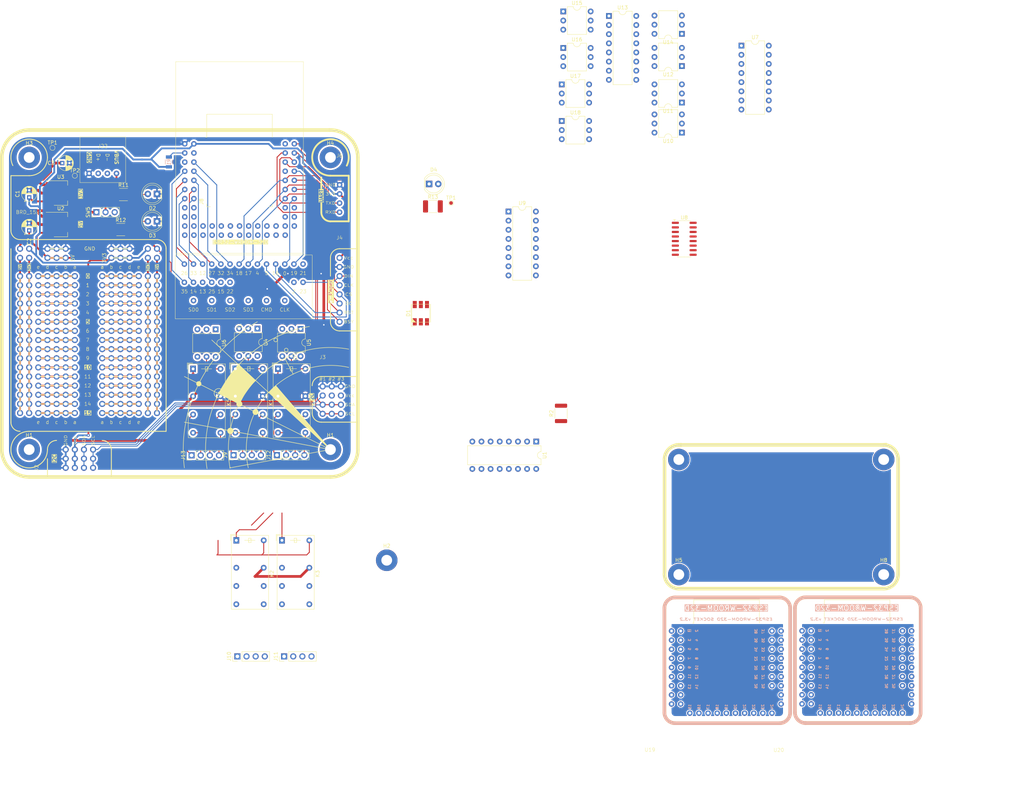
<source format=kicad_pcb>
(kicad_pcb (version 20240108) (generator "pcbnew") (generator_version "8.0")
  (title_block (title "ESP32-WROOM-32D Automation Board") (date "2024-01-15") (rev "v1.10") (company "CEGEP Heritage College") (comment 1 "Alexander Bobkov"))
  (layers (0 "F.Cu" signal) (31 "B.Cu" signal) (34 "B.Paste" user) (35 "F.Paste" user) (36 "B.SilkS" user "B.Silkscreen") (37 "F.SilkS" user "F.Silkscreen") (38 "B.Mask" user) (39 "F.Mask" user) (44 "Edge.Cuts" user))
  (net 0 "")
  (net 1 "+3V3")
  (net 2 "GND")
  (net 3 "+5V")
  (net 4 "Net-(D2-Pad2)")
  (net 5 "Net-(D3-Pad2)")
  (net 6 "/VP")
  (net 7 "Net-(U1-O1)")
  (net 8 "Net-(D1-AB)")
  (net 9 "Net-(U4-Pad2)")
  (net 18 "Net-(J9-Pin_1)")
  (net 19 "Net-(J9-Pin_2)")
  (net 20 "Net-(J9-Pin_3)")
  (net 21 "Net-(J9-Pin_4)")
  (net 22 "Net-(U1-O2)")
  (net 23 "Net-(J10-Pin_1)")
  (net 24 "Net-(J10-Pin_2)")
  (net 25 "Net-(J10-Pin_3)")
  (net 26 "Net-(J10-Pin_4)")
  (net 27 "Net-(J11-Pin_1)")
  (net 28 "Net-(J11-Pin_2)")
  (net 29 "Net-(J11-Pin_3)")
  (net 30 "Net-(J11-Pin_4)")
  (net 31 "Net-(U5-Pad2)")
  (net 32 "VDC")
  (net 33 "Net-(J12-Pin_1)")
  (net 34 "Net-(J12-Pin_2)")
  (net 35 "Net-(J12-Pin_3)")
  (net 36 "Net-(J12-Pin_4)")
  (net 37 "Net-(K1-PadA2)")
  (net 38 "Net-(K4-PadA2)")
  (net 39 "unconnected-(U1-O3-Pad14)")
  (net 46 "Net-(J13-Pin_1)")
  (net 47 "Net-(J13-Pin_2)")
  (net 48 "Net-(J13-Pin_3)")
  (net 49 "Net-(J13-Pin_4)")
  (net 50 "Net-(K5-PadA2)")
  (net 90 "/VN")
  (net 93 "Net-(R3-Pad1)")
  (net 94 "Net-(R4-Pad1)")
  (net 96 "Net-(R5-Pad1)")
  (net 102 "/EN")
  (net 103 "/I1")
  (net 104 "/I2")
  (net 105 "/I3")
  (net 115 "Net-(R6-Pad1)")
  (net 116 "/I4")
  (net 118 "Net-(R7-Pad1)")
  (net 120 "/I5")
  (net 123 "/I6")
  (net 124 "Net-(R8-Pad1)")
  (net 127 "/I7")
  (net 129 "Net-(R9-Pad1)")
  (net 132 "/I8")
  (net 133 "Net-(R10-Pad1)")
  (net 135 "VBUS")
  (net 136 "/SW3")
  (net 138 "Net-(D4-Pad2)")
  (net 139 "/SW8")
  (net 140 "/SW5")
  (net 145 "/SW7")
  (net 148 "/SW6")
  (net 149 "/CLK")
  (net 150 "/SD2")
  (net 151 "/CMD")
  (net 152 "/SD3")
  (net 153 "/SD1")
  (net 154 "/SD0")
  (net 155 "/SCL")
  (net 156 "/SDA")
  (net 157 "/IO4")
  (net 158 "/IO18")
  (net 159 "/IO17")
  (net 160 "/IO5")
  (net 161 "/IO23")
  (net 162 "/IO16")
  (net 163 "/IO22")
  (net 164 "/IO0")
  (net 165 "/IO14")
  (net 166 "/IO33")
  (net 167 "/IO12")
  (net 168 "/IO34")
  (net 169 "/IO26")
  (net 170 "/IO27")
  (net 171 "/IO19")
  (net 172 "/IO32")
  (net 173 "/IO2")
  (net 174 "/IO25")
  (net 175 "/IO35")
  (net 176 "/IO13")
  (net 177 "/IO21")
  (net 178 "/IO15")
  (net 179 "/TXD0")
  (net 180 "/RXD0")
  (net 181 "3V3")
  (net 182 "5V")
  (net 185 "/mounting-board/PRG")
  (net 221 "/mounting-board/GND")
  (net 222 "/mounting-board/3V3")
  (footprint "Alexander Footprint Library:USB-C" (layer "F.Cu") (at 47.15 60.3275 -90)
    (property "Reference" "J22")
    (property "Value" "USB-C")
  )
  (footprint "Connector_PinHeader_2.54mm:PinHeader_1x04_P2.54mm_Vertical" (layer "F.Cu") (at 101.95 141.25 90)
    (property "Reference" "J12")
    (property "Value" "Conn_01x04_Socket")
  )
  (footprint "Package_DIP:DIP-16_W7.62mm" (layer "F.Cu") (at 174.1 137.47 -90)
    (property "Reference" "U1")
    (property "Value" "ULN2003")
  )
  (footprint "Package_DIP:DIP-6_W7.62mm" (layer "F.Cu") (at 96.525 106.04 -90)
    (property "Reference" "U4")
    (property "Value" "4N35")
  )
  (footprint "Package_SO:SOIC-16_3.9x9.9mm_P1.27mm" (layer "F.Cu") (at 215.275 81.055)
    (property "Reference" "U8")
    (property "Value" "CH343G")
  )
  (footprint "Package_DIP:DIP-6_W7.62mm" (layer "F.Cu") (at 214.62 51.525 180)
    (property "Reference" "U10")
    (property "Value" "4N35")
  )
  (footprint "Relay_THT:Relay_DPDT_Finder_30.22" (layer "F.Cu") (at 102.25 117.22 -90)
    (property "Reference" "K4")
    (property "Value" "Relay_DPDT")
  )
  (footprint "MountingHole:MountingHole_3mm_Pad_TopBottom" (layer "F.Cu") (at 33.02 139.7)
    (property "Reference" "H1")
    (property "Value" "MountingHole")
  )
  (footprint "Package_TO_SOT_SMD:SOT-223-3_TabPin2" (layer "F.Cu") (at 41.8 68.34)
    (property "Reference" "U3")
    (property "Value" "MAX1726EUK33")
  )
  (footprint "MountingHole:MountingHole_3mm_Pad" (layer "F.Cu") (at 270.771573 174.471573)
    (property "Reference" "H8")
    (property "Value" "MountingHole_Pad")
  )
  (footprint "LED_THT:LED_D5.0mm" (layer "F.Cu") (at 68.58 68.58 180)
    (property "Reference" "D2")
    (property "Value" "LED")
  )
  (footprint "Alexander Footprints Library:Conn_UART" (layer "F.Cu") (at 119.38 58.42)
    (property "Reference" "J6")
    (property "Value" "UART")
  )
  (footprint "Alexander Footprint Library:ESP32-WROOM-32D-Interface_2" (layer "F.Cu") (at 91.44 105.87)
    (property "Reference" "J5")
    (property "Value" "~")
  )
  (footprint "MountingHole:MountingHole_3mm_Pad_TopBottom" (layer "F.Cu") (at 116.84 139.7)
    (property "Reference" "H1")
    (property "Value" "MountingHole")
  )
  (footprint "Package_DIP:CERDIP-16_W7.62mm_SideBrazed" (layer "F.Cu") (at 166.38 73.47)
    (property "Reference" "U9")
    (property "Value" "74HC165")
  )
  (footprint "Package_DIP:DIP-6_W7.62mm" (layer "F.Cu") (at 181.62 17.795)
    (property "Reference" "U15")
    (property "Value" "4N35")
  )
  (footprint "Alexander Footprint Library:ESP32-WROOM-32D-Module-35_35" (layer "F.Cu") (at 205.26 223.84)
    (property "Reference" "U19")
    (property "Value" "ESP32-WROOM-32D")
    (fp_line (start 4.5 -11) (end 4.5 -40) (stroke (width 0.05)) (layer "Edge.Cuts"))
    (fp_line (start 7.5 -43) (end 36.5 -43) (stroke (width 0.05)) (layer "Edge.Cuts"))
    (fp_line (start 36.5 -8) (end 7.5 -8) (stroke (width 0.05)) (layer "Edge.Cuts"))
    (fp_line (start 39.5 -40) (end 39.5 -11) (stroke (width 0.05)) (layer "Edge.Cuts"))
    (fp_arc (start 4.5 -40) (mid 5.37868 -42.12132) (end 7.5 -43) (stroke (width 0.05)) (layer "Edge.Cuts"))
    (fp_arc (start 7.5 -8) (mid 5.37868 -8.87868) (end 4.5 -11) (stroke (width 0.05)) (layer "Edge.Cuts"))
    (fp_arc (start 36.5 -43) (mid 38.62132 -42.12132) (end 39.5 -40) (stroke (width 0.05)) (layer "Edge.Cuts"))
    (fp_arc (start 39.5 -11) (mid 38.62132 -8.87868) (end 36.5 -8) (stroke (width 0.05)) (layer "Edge.Cuts"))
  )
  (footprint "Capacitor_THT:CP_Radial_D4.0mm_P2.00mm" (layer "F.Cu") (at 42.2074 59.9874)
    (property "Reference" "C3")
    (property "Value" "1uF")
  )
  (footprint "Capacitor_THT:CP_Radial_D4.0mm_P2.00mm" (layer "F.Cu") (at 33.02 78.74 90)
    (property "Reference" "C2")
    (property "Value" "1uF")
  )
  (footprint "Package_DIP:DIP-6_W7.62mm" (layer "F.Cu") (at 214.62 33.005 180)
    (property "Reference" "U12")
    (property "Value" "4N35")
  )
  (footprint "MountingHole:MountingHole_3mm_Pad_TopBottom" (layer "F.Cu") (at 132.5 170.5)
    (property "Reference" "H2")
    (property "Value" "MountingHole")
  )
  (footprint "Package_DIP:DIP-6_W7.62mm" (layer "F.Cu") (at 181.62 27.955)
    (property "Reference" "U16")
    (property "Value" "4N35")
  )
  (footprint "Connector_PinHeader_2.54mm:PinHeader_1x04_P2.54mm_Vertical" (layer "F.Cu") (at 89.88 141.25 90)
    (property "Reference" "J9")
    (property "Value" "Conn_01x04_Socket")
  )
  (footprint "Capacitor_SMD:C_1812_4532Metric" (layer "F.Cu") (at 58.5 78.5)
    (property "Reference" "R12")
    (property "Value" "R")
  )
  (footprint "Connector_PinHeader_2.54mm:PinHeader_1x04_P2.54mm_Vertical" (layer "F.Cu") (at 103.95 197.25 90)
    (property "Reference" "J11")
    (property "Value" "Conn_01x04_Socket")
  )
  (footprint "TestPoint:TestPoint_Pad_D1.0mm" (layer "F.Cu") (at 39.5 55.75)
    (property "Reference" "TP1")
    (property "Value" "VDC")
  )
  (footprint "Alexander Footprints Library:Conn_I2C_3" (layer "F.Cu") (at 35.56 144.78 90)
    (property "Reference" "J2")
    (property "Value" "I2C")
  )
  (footprint "Package_DIP:DIP-6_W7.62mm" (layer "F.Cu") (at 214.62 43.165 180)
    (property "Reference" "U11")
    (property "Value" "4N35")
  )
  (footprint "TestPoint:TestPoint_Pad_D1.0mm" (layer "F.Cu") (at 45.72 63.5)
    (property "Reference" "TP2")
    (property "Value" "GND")
  )
  (footprint "Package_DIP:DIP-6_W7.62mm" (layer "F.Cu") (at 214.62 24.025 180)
    (property "Reference" "U14")
    (property "Value" "4N35")
  )
  (footprint "LED_THT:LED_D5.0mm" (layer "F.Cu") (at 144.3 65.8)
    (property "Reference" "D4")
    (property "Value" "LED")
  )
  (footprint "Capacitor_THT:CP_Radial_D4.0mm_P2.00mm" (layer "F.Cu") (at 33.02 69.5526 90)
    (property "Reference" "C1")
    (property "Value" "1uF")
  )
  (footprint "Package_DIP:CERDIP-16_W7.62mm_SideBrazed" (layer "F.Cu") (at 194.315 19.05)
    (property "Reference" "U13")
    (property "Value" "74HC165")
  )
  (footprint "Package_DIP:DIP-6_W7.62mm" (layer "F.Cu") (at 84.905 106.25 -90)
    (property "Reference" "U6")
    (property "Value" "4N35")
  )
  (footprint "MountingHole:MountingHole_3mm_Pad_TopBottom" (layer "F.Cu") (at 33.02 58.42)
    (property "Reference" "H3")
    (property "Value" "MountingHole")
  )
  (footprint "Resistor_SMD:R_1812_4532Metric" (layer "F.Cu") (at 181 129.6375 90)
    (property "Reference" "R2")
    (property "Value" "4k7")
  )
  (footprint "Package_TO_SOT_SMD:SOT-223-3_TabPin2" (layer "F.Cu") (at 41.8 77.1)
    (property "Reference" "U2")
    (property "Value" "MAX1726EUK50")
  )
  (footprint "Package_DIP:CERDIP-16_W7.62mm_SideBrazed" (layer "F.Cu") (at 231.18 27.32)
    (property "Reference" "U7")
    (property "Value" "74LS595")
  )
  (footprint "Alexander Footprints Library:Conn_ePaper" (layer "F.Cu") (at 119.38 81.28)
    (property "Reference" "J4")
    (property "Value" "e-Paper")
  )
  (footprint "MountingHole:MountingHole_3mm_Pad_TopBottom" (layer "F.Cu") (at 116.84 58.42)
    (property "Reference" "H4")
    (property "Value" "MountingHole")
  )
  (footprint "LED_THT:LED_D5.0mm" (layer "F.Cu") (at 68.58 76.2 180)
    (property "Reference" "D3")
    (property "Value" "LED")
  )
  (footprint "Alexander Footprints Library:Conn_I2C_3" (layer "F.Cu") (at 114.67 114.51)
    (property "Reference" "J3")
    (property "Value" "I2C")
  )
  (footprint "Package_DIP:DIP-6_W7.62mm" (layer "F.Cu") (at 181.2 38.1)
    (property "Reference" "U17")
    (property "Value" "4N35")
  )
  (footprint "Capacitor_SMD:C_1812_4532Metric" (layer "F.Cu") (at 145.35 72.05)
    (property "Reference" "R13")
    (property "Value" "R")
  )
  (footprint "Relay_THT:Relay_DPDT_Finder_30.22" (layer "F.Cu") (at 90.65 164.96 -90)
    (property "Reference" "K2")
    (property "Value" "Relay_DPDT")
  )
  (footprint "Alexander Footprints Library:BreadBoard_15x12" (layer "F.Cu") (at 27.94 134.62)
    (property "Reference" "BRD_15x1")
    (property "Value" "BreadBoard_15x12")
  )
  (footprint "Package_DIP:DIP-6_W7.62mm" (layer "F.Cu") (at 108.525 106.12 -90)
    (property "Reference" "U5")
    (property "Value" "4N35")
  )
  (footprint "Connector_PinHeader_2.54mm:PinHeader_1x04_P2.54mm_Vertical" (layer "F.Cu") (at 78.2 141.3 90)
    (property "Reference" "J13")
    (property "Value" "Conn_01x04_Socket")
  )
  (footprint "Capacitor_SMD:C_1812_4532Metric" (layer "F.Cu") (at 59.25 68.75)
    (property "Reference" "R11")
    (property "Value" "R")
  )
  (footprint "MountingHole:MountingHole_3mm_Pad" (layer "F.Cu") (at 213.771573 174.471573)
    (property "Reference" "H5")
    (property "Value" "MountingHole_Pad")
  )
  (footprint "Relay_THT:Relay_DPDT_Finder_30.22" (layer "F.Cu") (at 90.38 117.22 -90)
    (property "Reference" "K1")
    (property "Value" "Relay_DPDT")
  )
  (footprint "Connector_PinHeader_2.54mm:PinHeader_1x03_P2.54mm_Vertical" (layer "F.Cu") (at 51.725 73.66 90)
    (property "Reference" "SW5")
    (property "Value" "PWR")
  )
  (footprint "MountingHole:MountingHole_3mm_Pad" (layer "F.Cu") (at 270.771573 142.471573)
    (property "Reference" "H7")
    (property "Value" "MountingHole_Pad")
  )
  (footprint "Connector_PinHeader_2.54mm:PinHeader_1x04_P2.54mm_Vertical" (layer "F.Cu") (at 90.95 197.25 90)
    (property "Reference" "J10")
    (property "Value" "Conn_01x04_Socket")
  )
  (footprint "Package_DIP:DIP-6_W7.62mm" (layer "F.Cu") (at 181.2 48.275)
    (property "Reference" "U18")
    (property "Value" "4N35")
  )
  (footprint "Alexander Footprint Library:ESP32-WROOM-32D-Module-35_35" (layer "F.Cu") (at 241.57 223.8)
    (property "Reference" "U20")
    (property "Value" "ESP32-WROOM-32D")
    (fp_line (start 4.5 -11) (end 4.5 -40) (stroke (width 0.05)) (layer "Edge.Cuts"))
    (fp_line (start 7.5 -43) (end 36.5 -43) (stroke (width 0.05)) (layer "Edge.Cuts"))
    (fp_line (start 36.5 -8) (end 7.5 -8) (stroke (width 0.05)) (layer "Edge.Cuts"))
    (fp_line (start 39.5 -40) (end 39.5 -11) (stroke (width 0.05)) (layer "Edge.Cuts"))
    (fp_arc (start 4.5 -40) (mid 5.37868 -42.12132) (end 7.5 -43) (stroke (width 0.05)) (layer "Edge.Cuts"))
    (fp_arc (start 7.5 -8) (mid 5.37868 -8.87868) (end 4.5 -11) (stroke (width 0.05)) (layer "Edge.Cuts"))
    (fp_arc (start 36.5 -43) (mid 38.62132 -42.12132) (end 39.5 -40) (stroke (width 0.05)) (layer "Edge.Cuts"))
    (fp_arc (start 39.5 -11) (mid 38.62132 -8.87868) (end 36.5 -8) (stroke (width 0.05)) (layer "Edge.Cuts"))
  )
  (footprint "Alexander Footprints Library:ESP32-WROOM-Adapter-Socket" (layer "F.Cu") (at 91.55 62.26)
    (property "Reference" "J8")
    (property "Value" "~")
  )
  (footprint "LED_SMD:LED_5050-6" (layer "F.Cu") (at 142 101.75 90)
    (property "Reference" "D1")
    (property "Value" "LED_SMD_5050")
  )
  (footprint "Relay_THT:Relay_DPDT_Finder_30.22" (layer "F.Cu") (at 78.63 117.25 -90)
    (property "Reference" "K5")
    (property "Value" "Relay_DPDT")
  )
  (footprint "TestPoint:TestPoint_Pad_D1.0mm" (layer "F.Cu") (at 150.4 71.1)
    (property "Reference" "TP1")
    (property "Value" "VDC")
  )
  (footprint "Relay_THT:Relay_DPDT_Finder_30.22" (layer "F.Cu") (at 103.35 164.96 -90)
    (property "Reference" "K3")
    (property "Value" "Relay_DPDT")
  )
  (footprint "MountingHole:MountingHole_3mm_Pad" (layer "F.Cu") (at 213.771573 142.471573)
    (property "Reference" "H6")
    (property "Value" "MountingHole_Pad")
  )
  (footprint "Alexander Footprints Library:STA_RMCF1206_STP-L" (layer "B.Cu") (at 71.9 59.6716 90)
    (property "Reference" "R1")
    (property "Value" "10K")
  )
  (gr_line (start 114.3 119.38) (end 124.46 119.38) (stroke (width 0.25)) (layer "F.SilkS"))
  (gr_arc (start 38.1 139.7) (mid 29.427898 143.292102) (end 33.02 134.62) (stroke (width 0.25)) (layer "F.SilkS"))
  (gr_line (start 55.88 139.7) (end 55.88 147.32) (stroke (width 0.25)) (layer "F.SilkS"))
  (gr_line (start 68.58 81.28) (end 30.48 81.28) (stroke (width 0.25)) (layer "F.SilkS"))
  (gr_line (start 124.466228 58.42) (end 124.46 139.7) (stroke (width 1)) (layer "F.SilkS"))
  (gr_line (start 114.3 64) (end 114.3 67.25) (stroke (width 0.5)) (layer "F.SilkS"))
  (gr_arc (start 68.58 81.28) (mid 70.376051 82.023949) (end 71.12 83.82) (stroke (width 0.25)) (layer "F.SilkS"))
  (gr_line (start 116.84 104.14) (end 116.84 99.06) (stroke (width 0.25)) (layer "F.SilkS"))
  (gr_arc (start 116.531846 50.8) (mid 122.122486 52.919572) (end 124.466228 58.42) (stroke (width 1)) (layer "F.SilkS"))
  (gr_line (start 33.02 147.32) (end 116.84 147.32) (stroke (width 1)) (layer "F.SilkS"))
  (gr_line (start 119.38 106.68) (end 124.46 106.68) (stroke (width 0.25)) (layer "F.SilkS"))
  (gr_line (start 27.94 63.5) (end 33.02 63.5) (stroke (width 0.25)) (layer "F.SilkS"))
  (gr_line (start 116.84 86.36) (end 116.84 91.44) (stroke (width 0.25)) (layer "F.SilkS"))
  (gr_circle (center 107.03 114.25) (end 107.03 113.75) (stroke (width 0.15)) (fill none) (layer "F.SilkS"))
  (gr_arc (start 124.46 139.7) (mid 122.228154 145.088154) (end 116.84 147.32) (stroke (width 1)) (layer "F.SilkS"))
  (gr_line (start 55.88 147.32) (end 40.64 147.32) (stroke (width 0.15)) (layer "F.SilkS"))
  (gr_arc (start 68.58 81.28) (mid 70.376051 82.023949) (end 71.12 83.82) (stroke (width 0.15)) (layer "F.SilkS"))
  (gr_circle (center 96 129.25) (end 96.75 129.25) (stroke (width 0.15)) (fill solid) (layer "F.SilkS"))
  (gr_line (start 209.8 142.4) (end 209.8 174.4) (stroke (width 1)) (layer "F.SilkS"))
  (gr_arc (start 116.84 76.2) (mid 115.043949 75.456051) (end 114.3 73.66) (stroke (width 0.5)) (layer "F.SilkS"))
  (gr_line (start 119.38 83.82) (end 124.46 83.82) (stroke (width 0.25)) (layer "F.SilkS"))
  (gr_line (start 116.84 139.7) (end 83.82 109.22) (stroke (width 0.15)) (layer "F.SilkS"))
  (gr_arc (start 82.5 145) (mid 88.646929 119.390487) (end 110.991322 105.449182) (stroke (width 0.15)) (layer "F.SilkS"))
  (gr_line (start 274.8 174.4) (end 274.8 142.4) (stroke (width 1)) (layer "F.SilkS"))
  (gr_line (start 116.84 139.7) (end 76.2 119.38) (stroke (width 0.15)) (layer "F.SilkS"))
  (gr_arc (start 30.48 81.28) (mid 28.683949 80.536051) (end 27.94 78.74) (stroke (width 0.25)) (layer "F.SilkS"))
  (gr_line (start 114.3 132.08) (end 124.46 132.08) (stroke (width 0.25)) (layer "F.SilkS"))
  (gr_circle (center 91.5 127) (end 92.25 127) (stroke (width 0.15)) (fill solid) (layer "F.SilkS"))
  (gr_poly (pts (xy 99.75 123.75) (xy 101.6 121.92) (xy 116.84 139.7)) (stroke (width 0.15)) (fill solid) (layer "F.SilkS"))
  (gr_arc (start 53.34 137.16) (mid 55.136051 137.903949) (end 55.88 139.7) (stroke (width 0.25)) (layer "F.SilkS"))
  (gr_arc (start 111.76 121.92) (mid 112.503949 120.123949) (end 114.3 119.38) (stroke (width 0.25)) (layer "F.SilkS"))
  (gr_line (start 27.94 78.74) (end 27.94 63.5) (stroke (width 0.25)) (layer "F.SilkS"))
  (gr_arc (start 38.1 139.7) (mid 38.843949 137.903949) (end 40.64 137.16) (stroke (width 0.25)) (layer "F.SilkS"))
  (gr_arc (start 274.8 174.4) (mid 273.628427 177.228427) (end 270.8 178.4) (stroke (width 1)) (layer "F.SilkS"))
  (gr_line (start 111.76 129.54) (end 111.76 127) (stroke (width 0.25)) (layer "F.SilkS"))
  (gr_arc (start 88.9 144.78) (mid 96.759537 119.619537) (end 121.92 111.76) (stroke (width 0.15)) (layer "F.SilkS"))
  (gr_line (start 38.1 147.32) (end 38.1 142.24) (stroke (width 0.25)) (layer "F.SilkS"))
  (gr_line (start 213.8 178.4) (end 270.8 178.4) (stroke (width 1)) (layer "F.SilkS"))
  (gr_arc (start 38.1 58.42) (mid 36.612102 62.012102) (end 33.02 63.5) (stroke (width 0.25)) (layer "F.SilkS"))
  (gr_line (start 33.02 134.62) (end 71.12 134.62) (stroke (width 0.25)) (layer "F.SilkS"))
  (gr_arc (start 76.2 144.78) (mid 80.207599 121.3838) (end 96.52 104.14) (stroke (width 0.15)) (layer "F.SilkS"))
  (gr_line (start 27.94 83.82) (end 27.94 132.08) (stroke (width 0.25)) (layer "F.SilkS"))
  (gr_arc (start 119.38 106.68) (mid 117.583949 105.936051) (end 116.84 104.14) (stroke (width 0.25)) (layer "F.SilkS"))
  (gr_poly (pts (xy 85.75 124) (xy 91.5 127) (xy 92.75 124.5) (xy 94 122.75) (xy 95.25 121.25) (xy 96 120.5) (xy 91.25 116) (xy 88.5 119.5)) (stroke (width 0.15)) (fill solid) (layer "F.SilkS"))
  (gr_line (start 270.8 138.4) (end 213.8 138.4) (stroke (width 1)) (layer "F.SilkS"))
  (gr_line (start 114.3 73.66) (end 114.3 71.12) (stroke (width 0.5)) (layer "F.SilkS"))
  (gr_circle (center 80.207599 121.3838) (end 80.842816 121.3838) (stroke (width 0.15)) (fill solid) (layer "F.SilkS"))
  (gr_line (start 116.84 139.7) (end 88.9 144.78) (stroke (width 0.15)) (layer "F.SilkS"))
  (gr_arc (start 116.84 86.36) (mid 117.583949 84.563949) (end 119.38 83.82) (stroke (width 0.25)) (layer "F.SilkS"))
  (gr_line (start 116.84 139.7) (end 101.6 121.92) (stroke (width 0.15)) (layer "F.SilkS"))
  (gr_line (start 121.92 63.499999) (end 121.92 76.2) (stroke (width 0.5)) (layer "F.SilkS"))
  (gr_arc (start 93.980001 144.78) (mid 100.281227 123.141227) (end 121.92 116.840001) (stroke (width 0.15)) (layer "F.SilkS"))
  (gr_circle (center 85.75 124) (end 86 125.25) (stroke (width 0.15)) (fill none) (layer "F.SilkS"))
  (gr_circle (center 101.6 109.22) (end 101.78 108.75) (stroke (width 0.15)) (fill none) (layer "F.SilkS"))
  (gr_line (start 116.84 63.5) (end 121.92 63.499999) (stroke (width 0.5)) (layer "F.SilkS"))
  (gr_circle (center 89 134.5) (end 89.790569 134.5) (stroke (width 0.15)) (fill solid) (layer "F.SilkS"))
  (gr_line (start 71.12 83.82) (end 71.12 134.62) (stroke (width 0.25)) (layer "F.SilkS"))
  (gr_arc (start 33.02 147.32) (mid 27.631846 145.088154) (end 25.4 139.7) (stroke (width 1)) (layer "F.SilkS"))
  (gr_circle (center 104.53 112) (end 104.53 111.5) (stroke (width 0.15)) (fill none) (layer "F.SilkS"))
  (gr_arc (start 28.47631 60.691845) (mid 31.852856 53.475894) (end 38.1 58.42) (stroke (width 0.25)) (layer "F.SilkS"))
  (gr_circle (center 88.9 144.78) (end 88.9 144.78) (stroke (width 0.15)) (fill none) (layer "F.SilkS"))
  (gr_arc (start 116.84 63.5) (mid 114.169286 54.098694) (end 121.38369 60.691845) (stroke (width 0.5)) (layer "F.SilkS"))
  (gr_arc (start 25.4 58.42) (mid 27.631846 53.031846) (end 33.02 50.8) (stroke (width 1)) (layer "F.SilkS"))
  (gr_arc (start 270.8 138.4) (mid 273.628427 139.571573) (end 274.8 142.4) (stroke (width 1)) (layer "F.SilkS"))
  (gr_arc (start 213.8 178.4) (mid 210.971573 177.228427) (end 209.8 174.4) (stroke (width 1)) (layer "F.SilkS"))
  (gr_line (start 106.5 118.75) (end 104.14 114.3) (stroke (width 0.15)) (layer "F.SilkS"))
  (gr_line (start 116.84 139.7) (end 76.2 132.08) (stroke (width 0.15)) (layer "F.SilkS"))
  (gr_arc (start 30.48 134.62) (mid 28.683949 133.876051) (end 27.94 132.08) (stroke (width 0.25)) (layer "F.SilkS"))
  (gr_line (start 116.84 76.2) (end 121.92 76.2) (stroke (width 0.5)) (layer "F.SilkS"))
  (gr_arc (start 114.3 132.08) (mid 112.503949 131.336051) (end 111.76 129.54) (stroke (width 0.25)) (layer "F.SilkS"))
  (gr_arc (start 209.8 142.4) (mid 210.971573 139.571573) (end 213.8 138.4) (stroke (width 1)) (layer "F.SilkS"))
  (gr_line (start 25.4 58.42) (end 25.4 139.7) (stroke (width 1)) (layer "F.SilkS"))
  (gr_line (start 116.531846 50.8) (end 33.02 50.8) (stroke (width 1)) (layer "F.SilkS"))
  (gr_arc (start 213.771573 178.471573) (mid 210.943146 177.3) (end 209.771573 174.471573) (stroke (width 0.15)) (layer "Edge.Cuts"))
  (gr_line (start 116.84 50.8) (end 33.02 50.8) (stroke (width 0.1)) (layer "Edge.Cuts"))
  (gr_line (start 270.771573 178.471573) (end 213.771573 178.471573) (stroke (width 0.1)) (layer "Edge.Cuts"))
  (gr_arc (start 25.4 58.42) (mid 27.631846 53.031846) (end 33.02 50.8) (stroke (width 0.1)) (layer "Edge.Cuts"))
  (gr_arc (start 33.02 147.32) (mid 27.631846 145.088154) (end 25.4 139.7) (stroke (width 0.1)) (layer "Edge.Cuts"))
  (gr_line (start 124.46 58.42) (end 124.46 139.7) (stroke (width 0.1)) (layer "Edge.Cuts"))
  (gr_arc (start 209.771573 142.471573) (mid 210.943146 139.643146) (end 213.771573 138.471573) (stroke (width 0.15)) (layer "Edge.Cuts"))
  (gr_line (start 25.4 58.42) (end 25.4 139.7) (stroke (width 0.1)) (layer "Edge.Cuts"))
  (gr_line (start 270.771573 138.471573) (end 213.771573 138.471573) (stroke (width 0.15)) (layer "Edge.Cuts"))
  (gr_line (start 274.771573 174.471573) (end 274.771573 142.471573) (stroke (width 0.15)) (layer "Edge.Cuts"))
  (gr_arc (start 116.84 50.8) (mid 122.228154 53.031846) (end 124.46 58.42) (stroke (width 0.1)) (layer "Edge.Cuts"))
  (gr_line (start 116.84 147.32) (end 33.02 147.32) (stroke (width 0.1)) (layer "Edge.Cuts"))
  (gr_line (start 209.771573 142.471573) (end 209.771573 174.471573) (stroke (width 0.15)) (layer "Edge.Cuts"))
  (gr_arc (start 270.771573 138.471573) (mid 273.6 139.643146) (end 274.771573 142.471573) (stroke (width 0.15)) (layer "Edge.Cuts"))
  (gr_arc (start 124.46 139.7) (mid 122.228154 145.088154) (end 116.84 147.32) (stroke (width 0.1)) (layer "Edge.Cuts"))
  (gr_arc (start 274.771573 174.471573) (mid 273.6 177.3) (end 270.771573 178.471573) (stroke (width 0.15)) (layer "Edge.Cuts"))
  (gr_text "5V" (at 46.75 77.070625 90) (layer "F.SilkS" knockout) (effects (font (size 1 1) (thickness 0.125)) (justify top)))
  (gr_text "3V3" (at 46.75 68.5 90) (layer "F.SilkS" knockout) (effects (font (size 1 1) (thickness 0.125)) (justify top)))
  (segment (start 49.5 132.12) (end 49.5 135.75) (width 0.5) (layer "F.Cu") (net 1))
  (segment (start 55.24 87) (end 55.88 86.36) (width 0.5) (layer "F.Cu") (net 1))
  (segment (start 49.46 132.08) (end 49.5 132.12) (width 0.5) (layer "F.Cu") (net 1))
  (segment (start 121 84.74) (end 121 70.2) (width 0.5) (layer "F.Cu") (net 1))
  (segment (start 34.1074 70.64) (end 38.65 70.64) (width 0.5) (layer "F.Cu") (net 1))
  (segment (start 121 70.2) (end 119.38 68.58) (width 0.5) (layer "F.Cu") (net 1))
  (segment (start 119.38 86.36) (end 121 84.74) (width 0.5) (layer "F.Cu") (net 1))
  (segment (start 33.02 69.5526) (end 34.1074 70.64) (width 0.5) (layer "F.Cu") (net 1))
  (segment (start 49.46 132.08) (end 49.46 87.665) (width 0.5) (layer "F.Cu") (net 1))
  (segment (start 49.46 87.665) (end 50.125 87) (width 0.5) (layer "F.Cu") (net 1))
  (segment (start 50.125 87) (end 55.24 87) (width 0.5) (layer "F.Cu") (net 1))
  (via (at 49.5 135.75) (size 0.8) (drill 0.4) (layers "F.Cu" "B.Cu") (net 1))
  (segment (start 71.9 61.0432) (end 69.1432 61.0432) (width 0.5) (layer "B.Cu") (net 1))
  (segment (start 46.75 135.75) (end 45.72 136.78) (width 0.5) (layer "B.Cu") (net 1))
  (segment (start 33.02 71.52) (end 33.5 72) (width 0.5) (layer "B.Cu") (net 1))
  (segment (start 77.588 55.902) (end 69.898 55.902) (width 0.5) (layer "B.Cu") (net 1))
  (segment (start 36 66.5726) (end 36 72.75) (width 0.5) (layer "B.Cu") (net 1))
  (segment (start 40 59) (end 40 62.5726) (width 0.5) (layer "B.Cu") (net 1))
  (segment (start 33.02 69.5526) (end 33.0526 69.5526) (width 0.5) (layer "B.Cu") (net 1))
  (segment (start 43 56) (end 40 59) (width 0.5) (layer "B.Cu") (net 1))
  (segment (start 63.5 86.36) (end 55.88 86.36) (width 0.5) (layer "B.Cu") (net 1))
  (segment (start 107.668 55.918) (end 100.918 55.918) (width 0.5) (layer "B.Cu") (net 1))
  (segment (start 112.59 126.75) (end 73.585786 126.75) (width 0.25) (layer "B.Cu") (net 1))
  (segment (start 60.625 57.625) (end 59 56) (width 0.5) (layer "B.Cu") (net 1))
  (segment (start 67.1 59) (end 64.5 59) (width 0.5) (layer "B.Cu") (net 1))
  (segment (start 36.91 87.71) (end 34.1 84.9) (width 0.5) (layer "B.Cu") (net 1))
  (segment (start 73.585786 126.75) (end 62.585786 137.75) (width 0.25) (layer "B.Cu") (net 1))
  (segment (start 62 59) (end 60.25 57.25) (width 0.5) (layer "B.Cu") (net 1))
  (segment (start 69.898 55.902) (end 67.1 58.7) (width 0.5) (layer "B.Cu") (net 1))
  (segment (start 66.04 83.82) (end 63.5 86.36) (width 0.5) (layer "B.Cu") (net 1))
  (segment (start 40 62.5726) (end 36 66.5726) (width 0.5) (layer "B.Cu") (net 1))
  (segment (start 69.1432 61.0432) (end 67.1 59) (width 0.5) (layer "B.Cu") (net 1))
  (segment (start 46.47 137.75) (end 45.72 138.5) (width 0.25) (layer "B.Cu") (net 1))
  (segment (start 67.1 58.7) (end 67.1 59) (width 0.5) (layer "B.Cu") (net 1))
  (segment (start 109.25 60) (end 109.25 57.5) (width 0.5) (layer "B.Cu") (net 1))
  (segment (start 55.88 86.36) (end 54.53 87.71) (width 0.5) (layer "B.Cu") (net 1))
  (segment (start 119.38 68.58) (end 117.83 68.58) (width 0.5) (layer "B.Cu") (net 1))
  (segment (start 36 79.5) (end 34.975 80.525) (width 0.5) (layer "B.Cu") (net 1))
  (segment (start 33.02 83.73) (end 33.02 83.82) (width 0.5) (layer "B.Cu") (net 1))
  (segment (start 35.5 72) (end 36 72.5) (width 0.5) (layer "B.Cu") (net 1))
  (segment (start 100.918 55.918) (end 99.64 54.64) (width 0.5) (layer "B.Cu") (net 1))
  (segment (start 117.83 68.58) (end 109.25 60) (width 0.5) (layer "B.Cu") (net 1))
  (segment (start 54.53 87.71) (end 36.91 87.71) (width 0.5) (layer "B.Cu") (net 1))
  (segment (start 55.86 86.36) (end 55.88 86.36) (width 0.5) (layer "B.Cu") (net 1))
  (segment (start 36 72.5) (end 36 79.5) (width 0.5) (layer "B.Cu") (net 1))
  (segment (start 99.64 54.64) (end 78.85 54.64) (width 0.5) (layer "B.Cu") (net 1))
  (segment (start 64.25 59) (end 64.5 59) (width 0.5) (layer "B.Cu") (net 1))
  (segment (start 45.72 139.7) (end 45.72 144.07) (width 0.5) (layer "B.Cu") (net 1))
  (segment (start 109.25 57.5) (end 107.668 55.918) (width 0.5) (layer "B.Cu") (net 1))
  (segment (start 34.975 80.525) (end 34.975 85.775) (width 0.5) (layer "B.Cu") (net 1))
  (segment (start 78.85 54.64) (end 77.588 55.902) (width 0.5) (layer "B.Cu") (net 1))
  (segment (start 33.5 72) (end 35.5 72) (width 0.5) (layer "B.Cu") (net 1))
  (segment (start 33.02 69.5526) (end 33.02 71.52) (width 0.5) (layer "B.Cu") (net 1))
  (segment (start 119.312039 68.647961) (end 119.38 68.58) (width 0.25) (layer "B.Cu") (net 1))
  (segment (start 59 56) (end 43 56) (width 0.5) (layer "B.Cu") (net 1))
  (segment (start 62.585786 137.75) (end 46.47 137.75) (width 0.25) (layer "B.Cu") (net 1))
  (segment (start 114.67 124.67) (end 112.59 126.75) (width 0.25) (layer "B.Cu") (net 1))
  (segment (start 49.5 135.75) (end 46.75 135.75) (width 0.5) (layer "B.Cu") (net 1))
  (segment (start 64.5 59) (end 62 59) (width 0.5) (layer "B.Cu") (net 1))
  (segment (start 34.1 84.9) (end 33.02 83.82) (width 0.5) (layer "B.Cu") (net 1))
  (segment (start 45.72 136.78) (end 45.72 139.7) (width 0.5) (layer "B.Cu") (net 1))
  (segment (start 36.34 68.34) (end 38.65 68.34) (width 0.75) (layer "F.Cu") (net 2))
  (segment (start 45 60.78) (end 45 62.78) (width 0.75) (layer "F.Cu") (net 2))
  (segment (start 44.95 77.1) (end 44.1 77.1) (width 0.75) (layer "F.Cu") (net 2))
  (segment (start 44.2074 59.9874) (end 45 60.78) (width 0.75) (layer "F.Cu") (net 2))
  (segment (start 44.95 68.34) (end 38.65 68.34) (width 0.75) (layer "F.Cu") (net 2))
  (segment (start 115 105) (end 115 91.5) (width 0.75) (layer "F.Cu") (net 2))
  (segment (start 100 95) (end 104.25 90.75) (width 0.75) (layer "F.Cu") (net 2))
  (segment (start 44.95 68.34) (end 43.590002 68.34) (width 0.75) (layer "F.Cu") (net 2))
  (segment (start 104.25 90.75) (end 105 90.75) (width 0.75) (layer "F.Cu") (net 2))
  (segment (start 44.95 77.1) (end 43.6 77.1) (width 0.75) (layer "F.Cu") (net 2))
  (segment (start 99.25 95) (end 100 95) (width 0.75) (layer "F.Cu") (net 2))
  (segment (start 114.51 122.13) (end 114.67 122.13) (width 0.25) (layer "F.Cu") (net 2))
  (segment (start 33.02 76.74) (end 35.49 76.74) (width 0.75) (layer "F.Cu") (net 2))
  (segment (start 33.02 67.5526) (end 35.5526 67.5526) (width 0.75) (layer "F.Cu") (net 2))
  (segment (start 35.85 77.1) (end 38.65 77.1) (width 0.75) (layer "F.Cu") (net 2))
  (segment (start 58.5 83.75) (end 58.57 83.82) (width 0.5) (layer "F.Cu") (net 2))
  (segment (start 40.5 83.75) (end 40.57 83.82) (width 0.5) (layer "F.Cu") (net 2))
  (segment (start 43.25 83.75) (end 43.32 83.82) (width 0.5) (layer "F.Cu") (net 2))
  (segment (start 43.18 83.82) (end 43.25 83.75) (width 0.5) (layer "F.Cu") (net 2))
  (segment (start 44.95 68.34) (end 44.09 68.34) (width 0.75) (layer "F.Cu") (net 2))
  (segment (start 56 83.75) (end 56.07 83.82) (width 0.5) (layer "F.Cu") (net 2))
  (segment (start 58.43 83.82) (end 58.5 83.75) (width 0.5) (layer "F.Cu") (net 2))
  (segment (start 55.93 83.82) (end 56 83.75) (width 0.5) (layer "F.Cu") (net 2))
  (segment (start 35.49 76.74) (end 35.85 77.1) (width 0.75) (layer "F.Cu") (net 2))
  (segment (start 35.5526 67.5526) (end 36.34 68.34) (width 0.75) (layer "F.Cu") (net 2))
  (segment (start 115 91.5) (end 114.25 90.75) (width 0.75) (layer "F.Cu") (net 2))
  (segment (start 45 62.78) (end 45.72 63.5) (width 0.75) (layer "F.Cu") (net 2))
  (segment (start 61 83.75) (end 60.96 83.82) (width 0.5) (layer "F.Cu") (net 2))
  (segment (start 40.43 83.82) (end 40.5 83.75) (width 0.5) (layer "F.Cu") (net 2))
  (segment (start 38.65 77.1) (end 44.95 77.1) (width 0.75) (layer "F.Cu") (net 2))
  (via (at 105 90.75) (size 0.8) (drill 0.4) (layers "F.Cu" "B.Cu") (net 2))
  (via (at 99.25 95) (size 0.8) (drill 0.4) (layers "F.Cu" "B.Cu") (net 2))
  (via (at 114.25 90.75) (size 0.8) (drill 0.4) (layers "F.Cu" "B.Cu") (net 2))
  (via (at 115 105) (size 0.8) (drill 0.4) (layers "F.Cu" "B.Cu") (net 2))
  (segment (start 76.31 54.64) (end 68.125 54.64) (width 0.75) (layer "B.Cu") (net 2))
  (segment (start 72.5 115.75) (end 72.5 118) (width 0.25) (layer "F.Cu") (net 3))
  (segment (start 30.48 82.804) (end 31.496 81.788) (width 0.5) (layer "F.Cu") (net 3))
  (segment (start 43.18 86.36) (end 45.14 86.36) (width 0.5) (layer "F.Cu") (net 3))
  (segment (start 78.63 117.25) (end 78.63 118.38) (width 0.25) (layer "F.Cu") (net 3))
  (segment (start 110.97 168.28) (end 110.25 169) (width 0.25) (layer "F.Cu") (net 3))
  (segment (start 90.38 117.22) (end 90.38 118.13) (width 0.25) (layer "F.Cu") (net 3))
  (segment (start 45.14 86.36) (end 49.5 82) (width 0.5) (layer "F.Cu") (net 3))
  (segment (start 85.57 164.96) (end 85.57 168.68) (width 0.25) (layer "F.Cu") (net 3))
  (segment (start 35.12 80.38) (end 36.1 79.4) (width 0.5) (layer "F.Cu") (net 3))
  (segment (start 97.75 169) (end 85.25 169) (width 0.25) (layer "F.Cu") (net 3))
  (segment (start 98.27 168.48) (end 97.75 169) (width 0.25) (layer "F.Cu") (net 3))
  (segment (start 72.5 87.74) (end 68.58 83.82) (width 0.25) (layer "F.Cu") (net 3))
  (segment (start 101.75 119) (end 102.25 118.5) (width 0.25) (layer "F.Cu") (net 3))
  (segment (start 35.12 83.38) (end 35.12 80.38) (width 0.5) (layer "F.Cu") (net 3))
  (segment (start 78.63 118.38) (end 79.25 119) (width 0.25) (layer "F.Cu") (net 3))
  (segment (start 34.417 82.677) (end 35.12 83.38) (width 0.5) (layer "F.Cu") (net 3))
  (segment (start 66.76 82) (end 68.58 83.82) (width 0.5) (layer "F.Cu") (net 3))
  (segment (start 38.1 86.36) (end 43.18 86.36) (width 0.5) (layer "F.Cu") (net 3))
  (segment (start 33.528 81.788) (end 34.417 82.677) (width 0.5) (layer "F.Cu") (net 3))
  (segment (start 49.5 82) (end 66.76 82) (width 0.5) (layer "F.Cu") (net 3))
  (segment (start 78 119) (end 78.63 118.37) (width 0.25) (layer "F.Cu") (net 3))
  (segment (start 79.25 119) (end 89.75 119) (width 0.25) (layer "F.Cu") (net 3))
  (segment (start 90.38 118.37) (end 90.38 117.22) (width 0.25) (layer "F.Cu") (net 3))
  (segment (start 30.48 83.82) (end 30.48 82.804) (width 0.5) (layer "F.Cu") (net 3))
  (segment (start 91.25 119) (end 101.75 119) (width 0.25) (layer "F.Cu") (net 3))
  (segment (start 98.27 164.96) (end 98.27 168.48) (width 0.25) (layer "F.Cu") (net 3))
  (segment (start 35.12 83.38) (end 38.1 86.36) (width 0.5) (layer "F.Cu") (net 3))
  (segment (start 110.97 164.96) (end 110.97 168.28) (width 0.25) (layer "F.Cu") (net 3))
  (segment (start 31.496 81.788) (end 33.528 81.788) (width 0.5) (layer "F.Cu") (net 3))
  (segment (start 73.5 119) (end 78 119) (width 0.25) (layer "F.Cu") (net 3))
  (segment (start 72.5 118) (end 73.5 119) (width 0.25) (layer "F.Cu") (net 3))
  (segment (start 85.57 168.68) (end 85.25 169) (width 0.25) (layer "F.Cu") (net 3))
  (segment (start 110.25 169) (end 97.75 169) (width 0.25) (layer "F.Cu") (net 3))
  (segment (start 33.02 78.74) (end 33.02 81.28) (width 0.5) (layer "F.Cu") (net 3))
  (segment (start 33.02 81.28) (end 33.528 81.788) (width 0.5) (layer "F.Cu") (net 3))
  (segment (start 78.63 118.37) (end 78.63 117.25) (width 0.25) (layer "F.Cu") (net 3))
  (segment (start 89.75 119) (end 90.38 118.37) (width 0.25) (layer "F.Cu") (net 3))
  (segment (start 36.1 79.4) (end 38.65 79.4) (width 0.5) (layer "F.Cu") (net 3))
  (segment (start 90.38 118.13) (end 91.25 119) (width 0.25) (layer "F.Cu") (net 3))
  (segment (start 102.25 118.5) (end 102.25 117.22) (width 0.25) (layer "F.Cu") (net 3))
  (segment (start 72.5 115.75) (end 72.5 87.74) (width 0.25) (layer "F.Cu") (net 3))
  (segment (start 65.87 68.75) (end 66.04 68.58) (width 0.25) (layer "F.Cu") (net 4))
  (segment (start 61.3 68.75) (end 65.87 68.75) (width 0.25) (layer "F.Cu") (net 4))
  (segment (start 60.55 78.5) (end 62 78.5) (width 0.25) (layer "F.Cu") (net 5))
  (segment (start 64.3 76.2) (end 66.04 76.2) (width 0.25) (layer "F.Cu") (net 5))
  (segment (start 62 78.5) (end 64.3 76.2) (width 0.25) (layer "F.Cu") (net 5))
  (segment (start 103.35 164.96) (end 103.35 157.34) (width 0.25) (layer "F.Cu") (net 7))
  (segment (start 89.205 140.575) (end 89.205 131.095) (width 0.25) (layer "F.Cu") (net 18))
  (segment (start 89.205 131.095) (end 90.38 129.92) (width 0.25) (layer "F.Cu") (net 18))
  (segment (start 89.88 141.25) (end 89.205 140.575) (width 0.25) (layer "F.Cu") (net 18))
  (segment (start 92.42 135.67) (end 91.75 135) (width 0.25) (layer "F.Cu") (net 19))
  (segment (start 92.42 141.25) (end 92.42 135.67) (width 0.25) (layer "F.Cu") (net 19))
  (segment (start 91.75 135) (end 90.38 135) (width 0.25) (layer "F.Cu") (net 19))
  (segment (start 94.96 132.96) (end 98 129.92) (width 0.25) (layer "F.Cu") (net 20))
  (segment (start 94.96 141.25) (end 94.96 132.96) (width 0.25) (layer "F.Cu") (net 20))
  (segment (start 97.5 138.5) (end 98 138) (width 0.25) (layer "F.Cu") (net 21))
  (segment (start 97.5 141.25) (end 97.5 138.5) (width 0.25) (layer "F.Cu") (net 21))
  (segment (start 98 138) (end 98 135) (width 0.25) (layer "F.Cu") (net 21))
  (segment (start 90.65 162.85) (end 91.5 162) (width 0.25) (layer "F.Cu") (net 22))
  (segment (start 96.15 162) (end 100.81 157.34) (width 0.25) (layer "F.Cu") (net 22))
  (segment (start 91.5 162) (end 96.15 162) (width 0.25) (layer "F.Cu") (net 22))
  (segment (start 90.65 164.96) (end 90.65 162.85) (width 0.25) (layer "F.Cu") (net 22))
  (segment (start 98.27 172.58) (end 95.85 175) (width 0.75) (layer "F.Cu") (net 32))
  (segment (start 30.1 64.5) (end 28.775 65.825) (width 0.75) (layer "F.Cu") (net 32))
  (segment (start 90.38 124.84) (end 92.22 123) (width 0.75) (layer "F.Cu") (net 32))
  (segment (start 36 135) (end 38.16 137.16) (width 0.75) (layer "F.Cu") (net 32))
  (segment (start 38.65 74.8) (end 36.55 74.8) (width 0.75) (layer "F.Cu") (net 32))
  (segment (start 80.5 123) (end 88.54 123) (width 0.75) (layer "F.Cu") (net 32))
  (segment (start 40.2626 59.9874) (end 39 61.25) (width 0.75) (layer "F.Cu") (net 32))
  (segment (start 35 64.5) (end 30.1 64.5) (width 0.75) (layer "F.Cu") (net 32))
  (segment (start 66.34 137.16) (end 78.63 124.87) (width 0.75) (layer "F.Cu") (net 32))
  (segment (start 88.54 123) (end 90.38 124.84) (width 0.75) (layer "F.Cu") (net 32))
  (segment (start 50.25 77.25) (end 50.25 75.16) (width 0.75) (layer "F.Cu") (net 32))
  (segment (start 28.775 72.25) (end 28.775 133.525) (width 0.75) (layer "F.Cu") (net 32))
  (segment (start 78.63 124.87) (end 80.5 123) (width 0.75) (layer "F.Cu") (net 32))
  (segment (start 36.9 64.5) (end 35 64.5) (width 0.75) (layer "F.Cu") (net 32))
  (segment (start 92.22 123) (end 100.41 123) (width 0.75) (layer "F.Cu") (net 32))
  (segment (start 110.97 172.58) (end 108.55 175) (width 0.75) (layer "F.Cu") (net 32))
  (segment (start 51.5 78.5) (end 50.25 77.25) (width 0.75) (layer "F.Cu") (net 32))
  (segment (start 39 62.4) (end 36.9 64.5) (width 0.75) (layer "F.Cu") (net 32))
  (segment (start 30.25 135) (end 36 135) (width 0.75) (layer "F.Cu") (net 32))
  (segment (start 36.54 66.04) (end 35 64.5) (width 0.75) (layer "F.Cu") (net 32))
  (segment (start 38.16 137.16) (end 66.34 137.16) (width 0.75) (layer "F.Cu") (net 32))
  (segment (start 50.25 75.16) (end 48.75 73.66) (width 0.75) (layer "F.Cu") (net 32))
  (segment (start 35 73.25) (end 29.775 73.25) (width 0.75) (layer "F.Cu") (net 32))
  (segment (start 45 73.25) (end 44.75 73.25) (width 0.75) (layer "F.Cu") (net 32))
  (segment (start 56.45 78.5) (end 51.5 78.5) (width 0.75) (layer "F.Cu") (net 32))
  (segment (start 46.75 73.25) (end 45 73.25) (width 0.75) (layer "F.Cu") (net 32))
  (segment (start 39 58) (end 39.5 57.5) (width 0.75) (layer "F.Cu") (net 32))
  (segment (start 38.65 66.04) (end 36.54 66.04) (width 0.75) (layer "F.Cu") (net 32))
  (segment (start 100.41 123) (end 102.25 124.84) (width 0.75) (layer "F.Cu") (net 32))
  (segment (start 39.5 57.5) (end 39.5 55.75) (width 0.75) (layer "F.Cu") (net 32))
  (segment (start 28.775 133.525) (end 30.25 135) (width 0.75) (layer "F.Cu") (net 32))
  (segment (start 36.55 74.8) (end 35 73.25) (width 0.75) (layer "F.Cu") (net 32))
  (segment (start 47.16 73.66) (end 46.75 73.25) (width 0.75) (layer "F.Cu") (net 32))
  (segment (start 29.775 73.25) (end 28.775 72.25) (width 0.75) (layer "F.Cu") (net 32))
  (segment (start 39 61.25) (end 39 62.4) (width 0.75) (layer "F.Cu") (net 32))
  (segment (start 45 73.25) (end 35 73.25) (width 0.75) (layer "F.Cu") (net 32))
  (segment (start 28.775 65.825) (end 28.775 72.25) (width 0.75) (layer "F.Cu") (net 32))
  (segment (start 108.55 175) (end 95.85 175) (width 0.75) (layer "F.Cu") (net 32))
  (segment (start 42.2074 59.9874) (end 40.2626 59.9874) (width 0.75) (layer "F.Cu") (net 32))
  (segment (start 39 61.25) (end 39 58) (width 0.75) (layer "F.Cu") (net 32))
  (segment (start 51.725 73.66) (end 47.16 73.66) (width 0.75) (layer "F.Cu") (net 32))
  (segment (start 101.075 131.095) (end 102.25 129.92) (width 0.25) (layer "F.Cu") (net 33))
  (segment (start 101.075 140.375) (end 101.075 131.095) (width 0.25) (layer "F.Cu") (net 33))
  (segment (start 101.95 141.25) (end 101.075 140.375) (width 0.25) (layer "F.Cu") (net 33))
  (segment (start 104.49 135.74) (end 103.75 135) (width 0.25) (layer "F.Cu") (net 34))
  (segment (start 104.49 141.25) (end 104.49 135.74) (width 0.25) (layer "F.Cu") (net 34))
  (segment (start 103.75 135) (end 102.25 135) (width 0.25) (layer "F.Cu") (net 34))
  (segment (start 107.03 132.76) (end 109.87 129.92) (width 0.25) (layer "F.Cu") (net 35))
  (segment (start 107.03 141.25) (end 107.03 132.76) (width 0.25) (layer "F.Cu") (net 35))
  (segment (start 109.57 141.25) (end 109.75 141.07) (width 0.25) (layer "F.Cu") (net 36))
  (segment (start 109.87 138) (end 109.87 135) (width 0.25) (layer "F.Cu") (net 36))
  (segment (start 109.57 141.25) (end 109.57 138.3) (width 0.25) (layer "F.Cu") (net 36))
  (segment (start 109.57 138.3) (end 109.87 138) (width 0.25) (layer "F.Cu") (net 36))
  (segment (start 93.985 116.235) (end 94.97 117.22) (width 0.25) (layer "F.Cu") (net 37))
  (segment (start 94.97 117.22) (end 98 117.22) (width 0.25) (layer "F.Cu") (net 37))
  (segment (start 93.985 113.66) (end 93.985 116.235) (width 0.25) (layer "F.Cu") (net 37))
  (segment (start 105.985 113.74) (end 105.985 116.235) (width 0.25) (layer "F.Cu") (net 38))
  (segment (start 105.985 116.235) (end 106.97 117.22) (width 0.25) (layer "F.Cu") (net 38))
  (segment (start 106.97 117.22) (end 109.87 117.22) (width 0.25) (layer "F.Cu") (net 38))
  (segment (start 94.86 160.75) (end 98.27 157.34) (width 0.25) (layer "F.Cu") (net 39))
  (segment (start 77 131.58) (end 77 140.1) (width 0.25) (layer "F.Cu") (net 46))
  (segment (start 78.63 129.95) (end 77 131.58) (width 0.25) (layer "F.Cu") (net 46))
  (segment (start 77 140.1) (end 78.2 141.3) (width 0.25) (layer "F.Cu") (net 46))
  (segment (start 80.03 135.03) (end 80.75 135.75) (width 0.25) (layer "F.Cu") (net 47))
  (segment (start 80.75 141.29) (end 80.74 141.3) (width 0.25) (layer "F.Cu") (net 47))
  (segment (start 78.63 135.03) (end 80.03 135.03) (width 0.25) (layer "F.Cu") (net 47))
  (segment (start 80.75 135.75) (end 80.75 141.29) (width 0.25) (layer "F.Cu") (net 47))
  (segment (start 83.28 132.92) (end 83.28 141.3) (width 0.25) (layer "F.Cu") (net 48))
  (segment (start 86.25 129.95) (end 83.28 132.92) (width 0.25) (layer "F.Cu") (net 48))
  (segment (start 85.82 138.43) (end 85.82 141.3) (width 0.25) (layer "F.Cu") (net 49))
  (segment (start 86.25 138) (end 85.82 138.43) (width 0.25) (layer "F.Cu") (net 49))
  (segment (start 86.25 135.03) (end 86.25 138) (width 0.25) (layer "F.Cu") (net 49))
  (segment (start 83.25 117.25) (end 86.25 117.25) (width 0.25) (layer "F.Cu") (net 50))
  (segment (start 82.365 116.365) (end 83.25 117.25) (width 0.25) (layer "F.Cu") (net 50))
  (segment (start 82.365 113.87) (end 82.365 116.365) (width 0.25) (layer "F.Cu") (net 50))
  (segment (start 71.9 58.3) (end 73.02 57.18) (width 0.25) (layer "B.Cu") (net 102))
  (segment (start 73.02 57.18) (end 76.31 57.18) (width 0.25) (layer "B.Cu") (net 102))
  (segment (start 55.5 68.75) (end 54.265 69.985) (width 0.5) (layer "F.Cu") (net 135))
  (segment (start 54.265 70.5) (end 54.265 67.235) (width 0.5) (layer "F.Cu") (net 135))
  (segment (start 57.2 68.75) (end 55.5 68.75) (width 0.5) (layer "F.Cu") (net 135))
  (segment (start 54.265 73.66) (end 54.265 70.5) (width 0.5) (layer "F.Cu") (net 135))
  (segment (start 54.265 67.235) (end 57.31 64.19) (width 0.5) (layer "F.Cu") (net 135))
  (segment (start 57.31 64.19) (end 57.31 62.8675) (width 0.5) (layer "F.Cu") (net 135))
  (segment (start 54.265 69.985) (end 54.265 70.5) (width 0.5) (layer "F.Cu") (net 135))
  (segment (start 112.75 127.83) (end 112.75 74.75) (width 0.25) (layer "F.Cu") (net 155))
  (segment (start 111.7 73.7) (end 103.7 73.7) (width 0.25) (layer "F.Cu") (net 155))
  (segment (start 114.67 129.75) (end 119.75 129.75) (width 0.25) (layer "F.Cu") (net 155))
  (segment (start 103.7 73.7) (end 102 72) (width 0.25) (layer "F.Cu") (net 155))
  (segment (start 112.75 74.75) (end 111.7 73.7) (width 0.25) (layer "F.Cu") (net 155))
  (segment (start 103.17237 57.18) (end 104.25 57.18) (width 0.25) (layer "F.Cu") (net 155))
  (segment (start 102 72) (end 102 58.35237) (width 0.25) (layer "F.Cu") (net 155))
  (segment (start 114.67 129.75) (end 112.75 127.83) (width 0.25) (layer "F.Cu") (net 155))
  (segment (start 102 58.35237) (end 103.17237 57.18) (width 0.25) (layer "F.Cu") (net 155))
  (segment (start 112.67 127.75) (end 74 127.75) (width 0.25) (layer "B.Cu") (net 155))
  (segment (start 53 138.75) (end 52.05 139.7) (width 0.25) (layer "B.Cu") (net 155))
  (segment (start 50.8 139.7) (end 50.8 144.195) (width 0.25) (layer "B.Cu") (net 155))
  (segment (start 114.67 129.75) (end 112.67 127.75) (width 0.25) (layer "B.Cu") (net 155))
  (segment (start 63 138.75) (end 53 138.75) (width 0.25) (layer "B.Cu") (net 155))
  (segment (start 74 127.75) (end 63 138.75) (width 0.25) (layer "B.Cu") (net 155))
  (segment (start 52.05 139.7) (end 50.8 139.7) (width 0.25) (layer "B.Cu") (net 155))
  (segment (start 114.67 127.21) (end 113.25 125.79) (width 0.25) (layer "F.Cu") (net 156))
  (segment (start 114.67 127.21) (end 119.75 127.21) (width 0.25) (layer "F.Cu") (net 156))
  (segment (start 112.8 71.8) (end 112.1 71.1) (width 0.25) (layer "F.Cu") (net 156))
  (segment (start 103.25 58.5) (end 105.57 58.5) (width 0.25) (layer "F.Cu") (net 156))
  (segment (start 103.6 71.1) (end 102.75 70.25) (width 0.25) (layer "F.Cu") (net 156))
  (segment (start 113.25 74.318376) (end 112.8 73.868376) (width 0.25) (layer "F.Cu") (net 156))
  (segment (start 112.1 71.1) (end 103.6 71.1) (width 0.25) (layer "F.Cu") (net 156))
  (segment (start 102.75 59) (end 103.25 58.5) (width 0.25) (layer "F.Cu") (net 156))
  (segment (start 112.8 73.868376) (end 112.8 71.8) (width 0.25) (layer "F.Cu") (net 156))
  (segment (start 105.57 58.5) (end 106.79 59.72) (width 0.25) (layer "F.Cu") (net 156))
  (segment (start 102.75 70.25) (end 102.75 59) (width 0.25) (layer "F.Cu") (net 156))
  (segment (start 113.25 125.79) (end 113.25 74.318376) (width 0.25) (layer "F.Cu") (net 156))
  (segment (start 48.26 139.7) (end 48.26 138.99) (width 0.25) (layer "B.Cu") (net 156))
  (segment (start 48.26 139.7) (end 48.26 144.195) (width 0.25) (layer "B.Cu") (net 156))
  (segment (start 48.26 138.99) (end 49 138.25) (width 0.25) (layer "B.Cu") (net 156))
  (segment (start 114.63 127.25) (end 114.67 127.21) (width 0.25) (layer "B.Cu") (net 156))
  (segment (start 62.792893 138.25) (end 73.792893 127.25) (width 0.25) (layer "B.Cu") (net 156))
  (segment (start 49 138.25) (end 62.792893 138.25) (width 0.25) (layer "B.Cu") (net 156))
  (segment (start 73.792893 127.25) (end 114.63 127.25) (width 0.25) (layer "B.Cu") (net 156))
  (segment (start 105.38 68.6) (end 104.14 69.84) (width 0.25) (layer "F.Cu") (net 157))
  (segment (start 113.25 71.542894) (end 113.25 69.375) (width 0.25) (layer "F.Cu") (net 157))
  (segment (start 113.3 73.66127) (end 113.3 71.592893) (width 0.25) (layer "F.Cu") (net 157))
  (segment (start 113.3 71.592893) (end 113.25 71.542894) (width 0.25) (layer "F.Cu") (net 157))
  (segment (start 116 76.361269) (end 113.3 73.66127) (width 0.25) (layer "F.Cu") (net 157))
  (segment (start 112.475 68.6) (end 105.38 68.6) (width 0.25) (layer "F.Cu") (net 157))
  (segment (start 116 100.76) (end 116 76.361269) (width 0.25) (layer "F.Cu") (net 157))
  (segment (start 119.38 104.14) (end 116 100.76) (width 0.25) (layer "F.Cu") (net 157))
  (segment (start 113.25 69.375) (end 112.475 68.6) (width 0.25) (layer "F.Cu") (net 157))
  (segment (start 96.52 88.09) (end 97.9 86.71) (width 0.25) (layer "B.Cu") (net 157))
  (segment (start 97.9 86.71) (end 97.9 76.23) (width 0.25) (layer "B.Cu") (net 157))
  (segment (start 97.9 76.23) (end 104.25 69.88) (width 0.25) (layer "B.Cu") (net 157))
  (segment (start 115.250002 68.54658) (end 115.25 68.546575) (width 0.25) (layer "F.Cu") (net 158))
  (segment (start 115.05 66.05) (end 112.5 63.5) (width 0.25) (layer "F.Cu") (net 158))
  (segment (start 115.299992 70.764445) (end 115.25 70.714454) (width 0.25) (layer "F.Cu") (net 158))
  (segment (start 115.3 72.832846) (end 115.3 72.421315) (width 0.25) (layer "F.Cu") (net 158))
  (segment (start 115.200002 67.578686) (end 115.2 67.578681) (width 0.25) (layer "F.Cu") (net 158))
  (segment (start 119.38 93.98) (end 118 92.6) (width 0.25) (layer "F.Cu") (net 158))
  (segment (start 115.15 66.235787) (end 115.1 66.185787) (width 0.25) (layer "F.Cu") (net 158))
  (segment (start 115.05 66.092893) (end 115.05 66.05) (width 0.25) (layer "F.Cu") (net 158))
  (segment (start 115.1 66.185787) (end 115.1 66.142894) (width 0.25) (layer "F.Cu") (net 158))
  (segment (start 115.2 67.578681) (end 115.15 67.528681) (width 0.25) (layer "F.Cu") (net 158))
  (segment (start 112.5 63.5) (end 105.4 63.5) (width 0.25) (layer "F.Cu") (net 158))
  (segment (start 115.25 68.546575) (end 115.200001 68.496576) (width 0.25) (layer "F.Cu") (net 158))
  (segment (start 115.299997 70.764459) (end 115.299992 70.764445) (width 0.25) (layer "F.Cu") (net 158))
  (segment (start 115.200001 68.496576) (end 115.200002 67.578686) (width 0.25) (layer "F.Cu") (net 158))
  (segment (start 115.1 66.142894) (end 115.05 66.092893) (width 0.25) (layer "F.Cu") (net 158))
  (segment (start 118 92.6) (end 118 75.532845) (width 0.25) (layer "F.Cu") (net 158))
  (segment (start 105.4 63.5) (end 104.14 64.76) (width 0.25) (layer "F.Cu") (net 158))
  (segment (start 115.15 67.528681) (end 115.150002 66.235792) (width 0.25) (layer "F.Cu") (net 158))
  (segment (start 115.150002 66.235792) (end 115.15 66.235787) (width 0.25) (layer "F.Cu") (net 158))
  (segment (start 115.25 70.714454) (end 115.250002 68.54658) (width 0.25) (layer "F.Cu") (net 158))
  (segment (start 115.300005 72.42131) (end 115.299997 70.764459) (width 0.25) (layer "F.Cu") (net 158))
  (segment (start 118 75.532845) (end 115.3 72.832846) (width 0.25) (layer "F.Cu") (net 158))
  (segment (start 115.3 72.421315) (end 115.300005 72.42131) (width 0.25) (layer "F.Cu") (net 158))
  (segment (start 102.7 64.8) (end 104.25 64.8) (width 0.25) (layer "B.Cu") (net 158))
  (segment (start 92.8 74.7) (end 102.7 64.8) (width 0.25) (layer "B.Cu") (net 158))
  (segment (start 91.44 88.09) (end 92.8 86.73) (width 0.25) (layer "B.Cu") (net 158))
  (segment (start 92.8 86.73) (end 92.8 74.7) (width 0.25) (layer "B.Cu") (net 158))
  (segment (start 114.15 67.942893) (end 114.15 66.65) (width 0.25) (layer "F.Cu") (net 159))
  (segment (start 114.3 73.247058) (end 114.3 72.007103) (width 0.25) (layer "F.Cu") (net 159))
  (segment (start 113.6 66.1) (end 105.34 66.1) (width 0.25) (layer "F.Cu") (net 159))
  (segment (start 105.34 66.1) (end 104.14 67.3) (width 0.25) (layer "F.Cu") (net 159))
  (segment (start 114.2 68.910787) (end 114.2 67.992894) (width 0.25) (layer "F.Cu") (net 159))
  (segment (start 114.250002 68.960792) (end 114.25 68.960787) (width 0.25) (layer "F.Cu") (net 159))
  (segment (start 114.15 66.65) (end 113.6 66.1) (width 0.25) (layer "F.Cu") (net 159))
  (segment (start 114.2 67.992894) (end 114.15 67.942893) (width 0.25) (layer "F.Cu") (net 159))
  (segment (start 114.25 68.960787) (end 114.2 68.910787) (width 0.25) (layer "F.Cu") (net 159))
  (segment (start 114.299996 71.178669) (end 114.25 71.128674) (width 0.25) (layer "F.Cu") (net 159))
  (segment (start 114.299999 71.178677) (end 114.299996 71.178669) (width 0.25) (layer "F.Cu") (net 159))
  (segment (start 117 75.947057) (end 114.3 73.247058) (width 0.25) (layer "F.Cu") (net 159))
  (segment (start 114.300003 72.0071) (end 114.299999 71.178677) (width 0.25) (layer "F.Cu") (net 159))
  (segment (start 119.38 99.06) (end 117 96.68) (width 0.25) (layer "F.Cu") (net 159))
  (segment (start 117 96.68) (end 117 75.947057) (width 0.25) (layer "F.Cu") (net 159))
  (segment (start 114.3 72.007103) (end 114.300003 72.0071) (width 0.25) (layer "F.Cu") (net 159))
  (segment (start 114.25 71.128674) (end 114.250002 68.960792) (width 0.25) (layer "F.Cu") (net 159))
  (segment (start 95.3 86.77) (end 95.3 76.7) (width 0.25) (layer "B.Cu") (net 159))
  (segment (start 102 70) (end 102 69.59) (width 0.25) (layer "B.Cu") (net 159))
  (segment (start 95.3 76.7) (end 102 70) (width 0.25) (layer "B.Cu") (net 159))
  (segment (start 102 69.59) (end 104.25 67.34) (width 0.25) (layer "B.Cu") (net 159))
  (segment (start 93.98 88.09) (end 95.3 86.77) (width 0.25) (layer "B.Cu") (net 159))
  (segment (start 114.65 66.442894) (end 114.6 66.392893) (width 0.25) (layer "F.Cu") (net 160))
  (segment (start 113.01 64.76) (end 106.68 64.76) (width 0.25) (layer "F.Cu") (net 160))
  (segment (start 114.75 68.753681) (end 114.7 68.703681) (width 0.25) (layer "F.Cu") (net 160))
  (segment (start 114.6 66.35) (end 113.01 64.76) (width 0.25) (layer "F.Cu") (net 160))
  (segment (start 117.5 94.64) (end 117.5 75.739951) (width 0.25) (layer "F.Cu") (net 160))
  (segment (start 114.750002 68.753686) (end 114.75 68.753681) (width 0.25) (layer "F.Cu") (net 160))
  (segment (start 114.799998 70.971568) (end 114.799994 70.971564) (width 0.25) (layer "F.Cu") (net 160))
  (segment (start 114.8 73.039952) (end 114.8 72.214209) (width 0.25) (layer "F.Cu") (net 160))
  (segment (start 114.799994 70.971557) (end 114.75 70.921564) (width 0.25) (layer "F.Cu") (net 160))
  (segment (start 114.7 68.703681) (end 114.700002 67.785792) (width 0.25) (layer "F.Cu") (net 160))
  (segment (start 114.7 67.785787) (end 114.65 67.735787) (width 0.25) (layer "F.Cu") (net 160))
  (segment (start 114.800004 72.214205) (end 114.799998 70.971568) (width 0.25) (layer "F.Cu") (net 160))
  (segment (start 114.6 66.392893) (end 114.6 66.35) (width 0.25) (layer "F.Cu") (net 160))
  (segment (start 117.5 75.739951) (end 114.8 73.039952) (width 0.25) (layer "F.Cu") (net 160))
  (segment (start 114.799994 70.971564) (end 114.799994 70.971557) (width 0.25) (layer "F.Cu") (net 160))
  (segment (start 114.75 70.921564) (end 114.750002 68.753686) (width 0.25) (layer "F.Cu") (net 160))
  (segment (start 114.700002 67.785792) (end 114.7 67.785787) (width 0.25) (layer "F.Cu") (net 160))
  (segment (start 114.8 72.214209) (end 114.800004 72.214205) (width 0.25) (layer "F.Cu") (net 160))
  (segment (start 119.38 96.52) (end 117.5 94.64) (width 0.25) (layer "F.Cu") (net 160))
  (segment (start 114.65 67.735787) (end 114.65 66.442894) (width 0.25) (layer "F.Cu") (net 160))
  (segment (start 121.175 102.825) (end 121.25 102.75) (width 0.25) (layer "B.Cu") (net 160))
  (segment (start 99.06 89.81) (end 112.075 102.825) (width 0.25) (layer "B.Cu") (net 160))
  (segment (start 121.25 98.39) (end 119.38 96.52) (width 0.25) (layer "B.Cu") (net 160))
  (segment (start 112.075 102.825) (end 121.175 102.825) (width 0.25) (layer "B.Cu") (net 160))
  (segment (start 121.25 102.75) (end 121.25 98.39) (width 0.25) (layer "B.Cu") (net 160))
  (segment (start 99.06 88.09) (end 99.06 89.81) (width 0.25) (layer "B.Cu") (net 160))
  (segment (start 108.75 55.25) (end 108.14 54.64) (width 0.25) (layer "F.Cu") (net 161))
  (segment (start 121.95 90.8) (end 121.95 65.2) (width 0.25) (layer "F.Cu") (net 161))
  (segment (start 121.31 91.44) (end 121.95 90.8) (width 0.25) (layer "F.Cu") (net 161))
  (segment (start 108.14 54.64) (end 106.79 54.64) (width 0.25) (layer "F.Cu") (net 161))
  (segment (start 116.75 64.75) (end 108.75 56.75) (width 0.25) (layer "F.Cu") (net 161))
  (segment (start 108.75 56.75) (end 108.75 55.25) (width 0.25) (layer "F.Cu") (net 161))
  (segment (start 121.5 64.75) (end 116.75 64.75) (width 0.25) (layer "F.Cu") (net 161))
  (segment (start 119.38 91.44) (end 121.31 91.44) (width 0.25) (layer "F.Cu") (net 161))
  (segment (start 121.95 65.2) (end 121.5 64.75) (width 0.25) (layer "F.Cu") (net 161))
  (segment (start 109.22 93.17) (end 117.65 93.17) (width 0.25) (layer "B.Cu") (net 161))
  (segment (start 117.65 93.17) (end 119.38 91.44) (width 0.25) (layer "B.Cu") (net 161))
  (segment (start 113.8 73.454164) (end 113.8 71.799997) (width 0.25) (layer "F.Cu") (net 162))
  (segment (start 113.7 69.117893) (end 113.7 68.2) (width 0.25) (layer "F.Cu") (net 162))
  (segment (start 113.8 71.799997) (end 113.800002 71.799995) (width 0.25) (layer "F.Cu") (net 162))
  (segment (start 116.5 98.72) (end 116.5 76.154163) (width 0.25) (layer "F.Cu") (net 162))
  (segment (start 113.8 71.385786) (end 113.799998 71.385781) (width 0.25) (layer "F.Cu") (net 162))
  (segment (start 113.799998 71.385781) (end 113.75 71.335784) (width 0.25) (layer "F.Cu") (net 162))
  (segment (start 113.7 68.2) (end 112.8 67.3) (width 0.25) (layer "F.Cu") (net 162))
  (segment (start 113.800002 71.799995) (end 113.8 71.385786) (width 0.25) (layer "F.Cu") (net 162))
  (segment (start 119.38 101.6) (end 116.5 98.72) (width 0.25) (layer "F.Cu") (net 162))
  (segment (start 112.8 67.3) (end 106.68 67.3) (width 0.25) (layer "F.Cu") (net 162))
  (segment (start 116.5 76.154163) (end 113.8 73.454164) (width 0.25) (layer "F.Cu") (net 162))
  (segment (start 113.75 69.167894) (end 113.7 69.117893) (width 0.25) (layer "F.Cu") (net 162))
  (segment (start 113.75 71.335784) (end 113.75 69.167894) (width 0.25) (layer "F.Cu") (net 162))
  (segment (start 101.6 90.6) (end 112.6 101.6) (width 0.25) (layer "B.Cu") (net 162))
  (segment (start 112.6 101.6) (end 119.38 101.6) (width 0.25) (layer "B.Cu") (net 162))
  (segment (start 101.6 88.09) (end 101.6 90.6) (width 0.25) (layer "B.Cu") (net 162))
  (segment (start 105.5 86.73) (end 105.5 71.17) (width 0.25) (layer "B.Cu") (net 164))
  (segment (start 105.5 71.17) (end 106.79 69.88) (width 0.25) (layer "B.Cu") (net 164))
  (segment (start 104.14 88.09) (end 105.5 86.73) (width 0.25) (layer "B.Cu") (net 164))
  (segment (start 77.4 91.83) (end 77.4 85.4) (width 0.25) (layer "B.Cu") (net 165))
  (segment (start 78.74 93.17) (end 77.4 91.83) (width 0.25) (layer "B.Cu") (net 165))
  (segment (start 74.75 71.44) (end 76.31 69.88) (width 0.25) (layer "B.Cu") (net 165))
  (segment (start 77.4 85.4) (end 74.75 82.75) (width 0.25) (layer "B.Cu") (net 165))
  (segment (start 74.75 82.75) (end 74.75 71.44) (width 0.25) (layer "B.Cu") (net 165))
  (segment (start 74 67.11) (end 76.31 64.8) (width 0.25) (layer "F.Cu") (net 166))
  (segment (start 78.74 88.09) (end 74 83.35) (width 0.25) (layer "F.Cu") (net 166))
  (segment (start 74 83.35) (end 74 67.11) (width 0.25) (layer "F.Cu") (net 166))
  (segment (start 77.6 71.13) (end 78.85 69.88) (width 0.25) (layer "B.Cu") (net 167))
  (segment (start 81.28 88.09) (end 77.6 84.41) (width 0.25) (layer "B.Cu") (net 167))
  (segment (start 77.6 84.41) (end 77.6 71.13) (width 0.25) (layer "B.Cu") (net 167))
  (segment (start 85.2 66.07) (end 78.85 59.72) (width 0.25) (layer "B.Cu") (net 168))
  (segment (start 88.9 88.09) (end 85.2 84.39) (width 0.25) (layer "B.Cu") (net 168))
  (segment (start 85.2 84.39) (end 85.2 66.07) (width 0.25) (layer "B.Cu") (net 168))
  (segment (start 74 85.89) (end 74 69.65) (width 0.25) (layer "B.Cu") (net 169))
  (segment (start 74 69.65) (end 76.31 67.34) (width 0.25) (layer "B.Cu") (net 169))
  (segment (start 76.2 88.09) (end 74 85.89) (width 0.25) (layer "B.Cu") (net 169))
  (segment (start 83.82 88.09) (end 77.6 81.87) (width 0.25) (layer "F.Cu") (net 170))
  (segment (start 77.6 68.59) (end 78.85 67.34) (width 0.25) (layer "F.Cu") (net 170))
  (segment (start 77.6 81.87) (end 77.6 68.59) (width 0.25) (layer "F.Cu") (net 170))
  (segment (start 109.25 63.25) (end 108.26 62.26) (width 0.25) (layer "B.Cu") (net 171))
  (segment (start 106.68 88.09) (end 109.25 85.52) (width 0.25) (layer "B.Cu") (net 171))
  (segment (start 108.26 62.26) (end 106.79 62.26) (width 0.25) (layer "B.Cu") (net 171))
  (segment (start 109.25 85.52) (end 109.25 63.25) (width 0.25) (layer "B.Cu") (net 171))
  (segment (start 86.36 88.09) (end 82.7 84.43) (width 0.25) (layer "B.Cu") (net 172))
  (segment (start 82.7 84.43) (end 82.7 66.11) (width 0.25) (layer "B.Cu") (net 172))
  (segment (start 82.7 66.11) (end 78.85 62.26) (width 0.25) (layer "B.Cu") (net 172))
  (segment (start 82.5 91.85) (end 82.5 86.5) (width 0.25) (layer "B.Cu") (net 174))
  (segment (start 80.1 66.05) (end 78.85 64.8) (width 0.25) (layer "B.Cu") (net 174))
  (segment (start 82.5 86.5) (end 80.1 84.1) (width 0.25) (layer "B.Cu") (net 174))
  (segment (start 83.82 93.17) (end 82.5 91.85) (width 0.25) (layer "B.Cu") (net 174))
  (segment (start 80.1 84.1) (end 80.1 66.05) (width 0.25) (layer "B.Cu") (net 174))
  (segment (start 72.75 89.72) (end 72.75 65.82) (width 0.25) (layer "B.Cu") (net 175))
  (segment (start 72.75 65.82) (end 76.31 62.26) (width 0.25) (layer "B.Cu") (net 175))
  (segment (start 76.2 93.17) (end 72.75 89.72) (width 0.25) (layer "B.Cu") (net 175))
  (segment (start 116.05 65.635787) (end 116 65.585787) (width 0.25) (layer "F.Cu") (net 179))
  (segment (start 117.069767 71.12) (end 116.25 70.300234) (width 0.25) (layer "F.Cu") (net 179))
  (segment (start 116.200002 67.164474) (end 116.2 67.164469) (width 0.25) (layer "F.Cu") (net 179))
  (segment (start 116.2 67.164469) (end 116.15 67.114469) (width 0.25) (layer "F.Cu") (net 179))
  (segment (start 116.250002 68.132368) (end 116.25 68.132363) (width 0.25) (layer "F.Cu") (net 179))
  (segment (start 116.050002 65.678683) (end 116.050002 65.635792) (width 0.25) (layer "F.Cu") (net 179))
  (segment (start 116.050002 65.635792) (end 116.05 65.635787) (width 0.25) (layer "F.Cu") (net 179))
  (segment (start 116.15 67.114469) (end 116.150002 65.82158) (width 0.25) (layer "F.Cu") (net 179))
  (segment (start 107.64 57.14) (end 106.68 57.14) (width 0.25) (layer "F.Cu") (net 179))
  (segment (start 116.100002 65.771577) (end 116.100002 65.728686) (width 0.25) (layer "F.Cu") (net 179))
  (segment (start 116 65.5) (end 107.64 57.14) (width 0.25) (layer "F.Cu") (net 179))
  (segment (start 116.25 70.300234) (end 116.250002 68.132368) (width 0.25) (layer "F.Cu") (net 179))
  (segment (start 116.200001 68.082364) (end 116.200002 67.164474) (width 0.25) (layer "F.Cu") (net 179))
  (segment (start 116 65.585787) (end 116 65.5) (width 0.25) (layer "F.Cu") (net 179))
  (segment (start 116.25 68.132363) (end 116.200001 68.082364) (width 0.25) (layer "F.Cu") (net 179))
  (segment (start 119.38 71.12) (end 117.069767 71.12) (width 0.25) (layer "F.Cu") (net 179))
  (segment (start 116.150002 65.82158) (end 116.15 65.821575) (width 0.25) (layer "F.Cu") (net 179))
  (segment (start 116.15 65.821575) (end 116.100002 65.771577) (width 0.25) (layer "F.Cu") (net 179))
  (segment (start 116.100002 65.728686) (end 116.1 65.728681) (width 0.25) (layer "F.Cu") (net 179))
  (segment (start 116.1 65.728681) (end 116.050002 65.678683) (width 0.25) (layer "F.Cu") (net 179))
  (segment (start 110.75 61) (end 105.46 61) (width 0.25) (layer "F.Cu") (net 180))
  (segment (start 115.79999 70.557333) (end 115.75 70.507344) (width 0.25) (layer "F.Cu") (net 180))
  (segment (start 115.79999 71.15762) (end 115.79999 70.557333) (width 0.25) (layer "F.Cu") (net 180))
  (segment (start 115.700001 68.28947) (end 115.700002 67.37158) (width 0.25) (layer "F.Cu") (net 180))
  (segment (start 115.600002 65.978683) (end 115.600002 65.935792) (width 0.25) (layer "F.Cu") (net 180))
  (segment (start 119.38 73.66) (end 118.30237 73.66) (width 0.25) (layer "F.Cu") (net 180))
  (segment (start 115.5 65.75) (end 110.75 61) (width 0.25) (layer "F.Cu") (net 180))
  (segment (start 115.65 66.028681) (end 115.600002 65.978683) (width 0.25) (layer "F.Cu") (net 180))
  (segment (start 115.600002 65.935792) (end 115.6 65.935787) (width 0.25) (layer "F.Cu") (net 180))
  (segment (start 115.55 65.885787) (end 115.55 65.842894) (width 0.25) (layer "F.Cu") (net 180))
  (segment (start 115.75 68.339469) (end 115.700001 68.28947) (width 0.25) (layer "F.Cu") (net 180))
  (segment (start 115.55 65.842894) (end 115.5 65.792893) (width 0.25) (layer "F.Cu") (net 180))
  (segment (start 115.75 70.507344) (end 115.750002 68.339474) (width 0.25) (layer "F.Cu") (net 180))
  (segment (start 105.46 61) (end 104.14 59.68) (width 0.25) (layer "F.Cu") (net 180))
  (segment (start 115.750002 68.339474) (end 115.75 68.339469) (width 0.25) (layer "F.Cu") (net 180))
  (segment (start 115.65 67.321575) (end 115.650002 66.028686) (width 0.25) (layer "F.Cu") (net 180))
  (segment (start 115.7 67.371575) (end 115.65 67.321575) (width 0.25) (layer "F.Cu") (net 180))
  (segment (start 115.5 65.792893) (end 115.5 65.75) (width 0.25) (layer "F.Cu") (net 180))
  (segment (start 115.700002 67.37158) (end 115.7 67.371575) (width 0.25) (layer "F.Cu") (net 180))
  (segment (start 115.6 65.935787) (end 115.55 65.885787) (width 0.25) (layer "F.Cu") (net 180))
  (segment (start 115.650002 66.028686) (end 115.65 66.028681) (width 0.25) (layer "F.Cu") (net 180))
  (segment (start 118.30237 73.66) (end 115.79999 71.15762) (width 0.25) (layer "F.Cu") (net 180))
  (zone (net 2) (net_name "GND") (layer "F.Cu") (priority 1) (connect_pads (clearance 0.5)) (min_thickness 0.25) (fill yes (thermal_gap 0.5) (thermal_bridge_width 0.5))
    (polygon (pts (xy 112 103.75) (xy 112 127.5) (xy 76 127.5) (xy 76 103.75)))
  )
  (zone (net 2) (net_name "GND") (layer "B.Cu") (name "GND") (connect_pads (clearance 0.5)) (min_thickness 0.25) (fill yes (thermal_gap 0.5) (thermal_bridge_width 0.5))
    (polygon (pts (xy 125.5 50.25) (xy 125.5 147.5) (xy 25 147.5) (xy 25 50.25)))
  )
  (zone (net 2) (net_name "GND") (layer "B.Cu") (priority 2) (connect_pads (clearance 0.25)) (min_thickness 0.25) (fill yes (thermal_gap 0.5) (thermal_bridge_width 0.5))
    (polygon (pts (xy 209.75 188.25) (xy 245 188.25) (xy 245 215.75) (xy 209.75 215.75)))
  )
  (zone (net 2) (net_name "GND") (layer "B.Cu") (priority 3) (connect_pads (clearance 0.25)) (min_thickness 0.25) (fill yes (thermal_gap 0.5) (thermal_bridge_width 0.5))
    (polygon (pts (xy 274.75 178.5) (xy 275 138.5) (xy 209.75 138.5) (xy 209.75 178.5)))
  )
  (zone (net 2) (net_name "GND") (layer "B.Cu") (priority 4) (connect_pads (clearance 0.25)) (min_thickness 0.25) (fill yes (thermal_gap 0.5) (thermal_bridge_width 0.5))
    (polygon (pts (xy 281 188.25) (xy 281 215.75) (xy 246 215.75) (xy 246 188.25)))
  )
)
</source>
